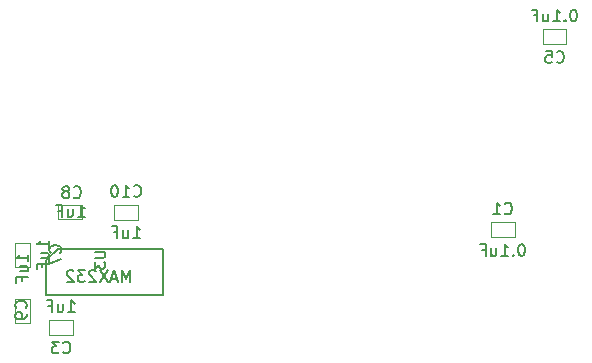
<source format=gbr>
G04 #@! TF.FileFunction,Other,Fab,Bot*
%FSLAX46Y46*%
G04 Gerber Fmt 4.6, Leading zero omitted, Abs format (unit mm)*
G04 Created by KiCad (PCBNEW 4.0.4-stable) date 04/28/17 11:07:38*
%MOMM*%
%LPD*%
G01*
G04 APERTURE LIST*
%ADD10C,0.100000*%
%ADD11C,0.150000*%
%ADD12C,0.135000*%
G04 APERTURE END LIST*
D10*
X167430000Y-96450000D02*
X167430000Y-95210000D01*
X165430000Y-96450000D02*
X167430000Y-96450000D01*
X165430000Y-95210000D02*
X165430000Y-96450000D01*
X167430000Y-95210000D02*
X165430000Y-95210000D01*
D11*
X127735000Y-98420000D02*
X127735000Y-101320000D01*
X127735000Y-101320000D02*
X137635000Y-101320000D01*
X137635000Y-101320000D02*
X137635000Y-97420000D01*
X137635000Y-97420000D02*
X128735000Y-97420000D01*
X128735000Y-97420000D02*
X127735000Y-98420000D01*
D10*
X135550000Y-94960000D02*
X135550000Y-93720000D01*
X133550000Y-94960000D02*
X135550000Y-94960000D01*
X133550000Y-93720000D02*
X133550000Y-94960000D01*
X135550000Y-93720000D02*
X133550000Y-93720000D01*
X125150000Y-103700000D02*
X126390000Y-103700000D01*
X125150000Y-101700000D02*
X125150000Y-103700000D01*
X126390000Y-101700000D02*
X125150000Y-101700000D01*
X126390000Y-103700000D02*
X126390000Y-101700000D01*
X128030000Y-103480000D02*
X128030000Y-104720000D01*
X130030000Y-103480000D02*
X128030000Y-103480000D01*
X130030000Y-104720000D02*
X130030000Y-103480000D01*
X128030000Y-104720000D02*
X130030000Y-104720000D01*
X169820000Y-78870000D02*
X169820000Y-80110000D01*
X171820000Y-78870000D02*
X169820000Y-78870000D01*
X171820000Y-80110000D02*
X171820000Y-78870000D01*
X169820000Y-80110000D02*
X171820000Y-80110000D01*
X126390000Y-96950000D02*
X125150000Y-96950000D01*
X126390000Y-98950000D02*
X126390000Y-96950000D01*
X125150000Y-98950000D02*
X126390000Y-98950000D01*
X125150000Y-96950000D02*
X125150000Y-98950000D01*
X128780000Y-93700000D02*
X128780000Y-94940000D01*
X130780000Y-93700000D02*
X128780000Y-93700000D01*
X130780000Y-94940000D02*
X130780000Y-93700000D01*
X128780000Y-94940000D02*
X130780000Y-94940000D01*
D11*
X168072857Y-97032381D02*
X167977618Y-97032381D01*
X167882380Y-97080000D01*
X167834761Y-97127619D01*
X167787142Y-97222857D01*
X167739523Y-97413333D01*
X167739523Y-97651429D01*
X167787142Y-97841905D01*
X167834761Y-97937143D01*
X167882380Y-97984762D01*
X167977618Y-98032381D01*
X168072857Y-98032381D01*
X168168095Y-97984762D01*
X168215714Y-97937143D01*
X168263333Y-97841905D01*
X168310952Y-97651429D01*
X168310952Y-97413333D01*
X168263333Y-97222857D01*
X168215714Y-97127619D01*
X168168095Y-97080000D01*
X168072857Y-97032381D01*
X167310952Y-97937143D02*
X167263333Y-97984762D01*
X167310952Y-98032381D01*
X167358571Y-97984762D01*
X167310952Y-97937143D01*
X167310952Y-98032381D01*
X166310952Y-98032381D02*
X166882381Y-98032381D01*
X166596667Y-98032381D02*
X166596667Y-97032381D01*
X166691905Y-97175238D01*
X166787143Y-97270476D01*
X166882381Y-97318095D01*
X165453809Y-97365714D02*
X165453809Y-98032381D01*
X165882381Y-97365714D02*
X165882381Y-97889524D01*
X165834762Y-97984762D01*
X165739524Y-98032381D01*
X165596666Y-98032381D01*
X165501428Y-97984762D01*
X165453809Y-97937143D01*
X164644285Y-97508571D02*
X164977619Y-97508571D01*
X164977619Y-98032381D02*
X164977619Y-97032381D01*
X164501428Y-97032381D01*
X166596666Y-94437143D02*
X166644285Y-94484762D01*
X166787142Y-94532381D01*
X166882380Y-94532381D01*
X167025238Y-94484762D01*
X167120476Y-94389524D01*
X167168095Y-94294286D01*
X167215714Y-94103810D01*
X167215714Y-93960952D01*
X167168095Y-93770476D01*
X167120476Y-93675238D01*
X167025238Y-93580000D01*
X166882380Y-93532381D01*
X166787142Y-93532381D01*
X166644285Y-93580000D01*
X166596666Y-93627619D01*
X165644285Y-94532381D02*
X166215714Y-94532381D01*
X165930000Y-94532381D02*
X165930000Y-93532381D01*
X166025238Y-93675238D01*
X166120476Y-93770476D01*
X166215714Y-93818095D01*
X134876667Y-100252381D02*
X134876667Y-99252381D01*
X134543333Y-99966667D01*
X134210000Y-99252381D01*
X134210000Y-100252381D01*
X133781429Y-99966667D02*
X133305238Y-99966667D01*
X133876667Y-100252381D02*
X133543334Y-99252381D01*
X133210000Y-100252381D01*
X132971905Y-99252381D02*
X132305238Y-100252381D01*
X132305238Y-99252381D02*
X132971905Y-100252381D01*
X131971905Y-99347619D02*
X131924286Y-99300000D01*
X131829048Y-99252381D01*
X131590952Y-99252381D01*
X131495714Y-99300000D01*
X131448095Y-99347619D01*
X131400476Y-99442857D01*
X131400476Y-99538095D01*
X131448095Y-99680952D01*
X132019524Y-100252381D01*
X131400476Y-100252381D01*
X131067143Y-99252381D02*
X130448095Y-99252381D01*
X130781429Y-99633333D01*
X130638571Y-99633333D01*
X130543333Y-99680952D01*
X130495714Y-99728571D01*
X130448095Y-99823810D01*
X130448095Y-100061905D01*
X130495714Y-100157143D01*
X130543333Y-100204762D01*
X130638571Y-100252381D01*
X130924286Y-100252381D01*
X131019524Y-100204762D01*
X131067143Y-100157143D01*
X130067143Y-99347619D02*
X130019524Y-99300000D01*
X129924286Y-99252381D01*
X129686190Y-99252381D01*
X129590952Y-99300000D01*
X129543333Y-99347619D01*
X129495714Y-99442857D01*
X129495714Y-99538095D01*
X129543333Y-99680952D01*
X130114762Y-100252381D01*
X129495714Y-100252381D01*
D12*
X131867143Y-97694286D02*
X132595714Y-97694286D01*
X132681429Y-97737143D01*
X132724286Y-97780000D01*
X132767143Y-97865714D01*
X132767143Y-98037143D01*
X132724286Y-98122857D01*
X132681429Y-98165714D01*
X132595714Y-98208571D01*
X131867143Y-98208571D01*
X131867143Y-98551428D02*
X131867143Y-99108571D01*
X132210000Y-98808571D01*
X132210000Y-98937143D01*
X132252857Y-99022857D01*
X132295714Y-99065714D01*
X132381429Y-99108571D01*
X132595714Y-99108571D01*
X132681429Y-99065714D01*
X132724286Y-99022857D01*
X132767143Y-98937143D01*
X132767143Y-98680000D01*
X132724286Y-98594286D01*
X132681429Y-98551428D01*
D11*
X135145238Y-96542381D02*
X135716667Y-96542381D01*
X135430953Y-96542381D02*
X135430953Y-95542381D01*
X135526191Y-95685238D01*
X135621429Y-95780476D01*
X135716667Y-95828095D01*
X134288095Y-95875714D02*
X134288095Y-96542381D01*
X134716667Y-95875714D02*
X134716667Y-96399524D01*
X134669048Y-96494762D01*
X134573810Y-96542381D01*
X134430952Y-96542381D01*
X134335714Y-96494762D01*
X134288095Y-96447143D01*
X133478571Y-96018571D02*
X133811905Y-96018571D01*
X133811905Y-96542381D02*
X133811905Y-95542381D01*
X133335714Y-95542381D01*
X135192857Y-92947143D02*
X135240476Y-92994762D01*
X135383333Y-93042381D01*
X135478571Y-93042381D01*
X135621429Y-92994762D01*
X135716667Y-92899524D01*
X135764286Y-92804286D01*
X135811905Y-92613810D01*
X135811905Y-92470952D01*
X135764286Y-92280476D01*
X135716667Y-92185238D01*
X135621429Y-92090000D01*
X135478571Y-92042381D01*
X135383333Y-92042381D01*
X135240476Y-92090000D01*
X135192857Y-92137619D01*
X134240476Y-93042381D02*
X134811905Y-93042381D01*
X134526191Y-93042381D02*
X134526191Y-92042381D01*
X134621429Y-92185238D01*
X134716667Y-92280476D01*
X134811905Y-92328095D01*
X133621429Y-92042381D02*
X133526190Y-92042381D01*
X133430952Y-92090000D01*
X133383333Y-92137619D01*
X133335714Y-92232857D01*
X133288095Y-92423333D01*
X133288095Y-92661429D01*
X133335714Y-92851905D01*
X133383333Y-92947143D01*
X133430952Y-92994762D01*
X133526190Y-93042381D01*
X133621429Y-93042381D01*
X133716667Y-92994762D01*
X133764286Y-92947143D01*
X133811905Y-92851905D01*
X133859524Y-92661429D01*
X133859524Y-92423333D01*
X133811905Y-92232857D01*
X133764286Y-92137619D01*
X133716667Y-92090000D01*
X133621429Y-92042381D01*
X126222381Y-98494762D02*
X126222381Y-97923333D01*
X126222381Y-98209047D02*
X125222381Y-98209047D01*
X125365238Y-98113809D01*
X125460476Y-98018571D01*
X125508095Y-97923333D01*
X125555714Y-99351905D02*
X126222381Y-99351905D01*
X125555714Y-98923333D02*
X126079524Y-98923333D01*
X126174762Y-98970952D01*
X126222381Y-99066190D01*
X126222381Y-99209048D01*
X126174762Y-99304286D01*
X126127143Y-99351905D01*
X125698571Y-100161429D02*
X125698571Y-99828095D01*
X126222381Y-99828095D02*
X125222381Y-99828095D01*
X125222381Y-100304286D01*
X126037143Y-102443334D02*
X126084762Y-102395715D01*
X126132381Y-102252858D01*
X126132381Y-102157620D01*
X126084762Y-102014762D01*
X125989524Y-101919524D01*
X125894286Y-101871905D01*
X125703810Y-101824286D01*
X125560952Y-101824286D01*
X125370476Y-101871905D01*
X125275238Y-101919524D01*
X125180000Y-102014762D01*
X125132381Y-102157620D01*
X125132381Y-102252858D01*
X125180000Y-102395715D01*
X125227619Y-102443334D01*
X126132381Y-102919524D02*
X126132381Y-103110000D01*
X126084762Y-103205239D01*
X126037143Y-103252858D01*
X125894286Y-103348096D01*
X125703810Y-103395715D01*
X125322857Y-103395715D01*
X125227619Y-103348096D01*
X125180000Y-103300477D01*
X125132381Y-103205239D01*
X125132381Y-103014762D01*
X125180000Y-102919524D01*
X125227619Y-102871905D01*
X125322857Y-102824286D01*
X125560952Y-102824286D01*
X125656190Y-102871905D01*
X125703810Y-102919524D01*
X125751429Y-103014762D01*
X125751429Y-103205239D01*
X125703810Y-103300477D01*
X125656190Y-103348096D01*
X125560952Y-103395715D01*
X129625238Y-102802381D02*
X130196667Y-102802381D01*
X129910953Y-102802381D02*
X129910953Y-101802381D01*
X130006191Y-101945238D01*
X130101429Y-102040476D01*
X130196667Y-102088095D01*
X128768095Y-102135714D02*
X128768095Y-102802381D01*
X129196667Y-102135714D02*
X129196667Y-102659524D01*
X129149048Y-102754762D01*
X129053810Y-102802381D01*
X128910952Y-102802381D01*
X128815714Y-102754762D01*
X128768095Y-102707143D01*
X127958571Y-102278571D02*
X128291905Y-102278571D01*
X128291905Y-102802381D02*
X128291905Y-101802381D01*
X127815714Y-101802381D01*
X129196666Y-106207143D02*
X129244285Y-106254762D01*
X129387142Y-106302381D01*
X129482380Y-106302381D01*
X129625238Y-106254762D01*
X129720476Y-106159524D01*
X129768095Y-106064286D01*
X129815714Y-105873810D01*
X129815714Y-105730952D01*
X129768095Y-105540476D01*
X129720476Y-105445238D01*
X129625238Y-105350000D01*
X129482380Y-105302381D01*
X129387142Y-105302381D01*
X129244285Y-105350000D01*
X129196666Y-105397619D01*
X128863333Y-105302381D02*
X128244285Y-105302381D01*
X128577619Y-105683333D01*
X128434761Y-105683333D01*
X128339523Y-105730952D01*
X128291904Y-105778571D01*
X128244285Y-105873810D01*
X128244285Y-106111905D01*
X128291904Y-106207143D01*
X128339523Y-106254762D01*
X128434761Y-106302381D01*
X128720476Y-106302381D01*
X128815714Y-106254762D01*
X128863333Y-106207143D01*
X172462857Y-77192381D02*
X172367618Y-77192381D01*
X172272380Y-77240000D01*
X172224761Y-77287619D01*
X172177142Y-77382857D01*
X172129523Y-77573333D01*
X172129523Y-77811429D01*
X172177142Y-78001905D01*
X172224761Y-78097143D01*
X172272380Y-78144762D01*
X172367618Y-78192381D01*
X172462857Y-78192381D01*
X172558095Y-78144762D01*
X172605714Y-78097143D01*
X172653333Y-78001905D01*
X172700952Y-77811429D01*
X172700952Y-77573333D01*
X172653333Y-77382857D01*
X172605714Y-77287619D01*
X172558095Y-77240000D01*
X172462857Y-77192381D01*
X171700952Y-78097143D02*
X171653333Y-78144762D01*
X171700952Y-78192381D01*
X171748571Y-78144762D01*
X171700952Y-78097143D01*
X171700952Y-78192381D01*
X170700952Y-78192381D02*
X171272381Y-78192381D01*
X170986667Y-78192381D02*
X170986667Y-77192381D01*
X171081905Y-77335238D01*
X171177143Y-77430476D01*
X171272381Y-77478095D01*
X169843809Y-77525714D02*
X169843809Y-78192381D01*
X170272381Y-77525714D02*
X170272381Y-78049524D01*
X170224762Y-78144762D01*
X170129524Y-78192381D01*
X169986666Y-78192381D01*
X169891428Y-78144762D01*
X169843809Y-78097143D01*
X169034285Y-77668571D02*
X169367619Y-77668571D01*
X169367619Y-78192381D02*
X169367619Y-77192381D01*
X168891428Y-77192381D01*
X170986666Y-81597143D02*
X171034285Y-81644762D01*
X171177142Y-81692381D01*
X171272380Y-81692381D01*
X171415238Y-81644762D01*
X171510476Y-81549524D01*
X171558095Y-81454286D01*
X171605714Y-81263810D01*
X171605714Y-81120952D01*
X171558095Y-80930476D01*
X171510476Y-80835238D01*
X171415238Y-80740000D01*
X171272380Y-80692381D01*
X171177142Y-80692381D01*
X171034285Y-80740000D01*
X170986666Y-80787619D01*
X170081904Y-80692381D02*
X170558095Y-80692381D01*
X170605714Y-81168571D01*
X170558095Y-81120952D01*
X170462857Y-81073333D01*
X170224761Y-81073333D01*
X170129523Y-81120952D01*
X170081904Y-81168571D01*
X170034285Y-81263810D01*
X170034285Y-81501905D01*
X170081904Y-81597143D01*
X170129523Y-81644762D01*
X170224761Y-81692381D01*
X170462857Y-81692381D01*
X170558095Y-81644762D01*
X170605714Y-81597143D01*
X127972381Y-97354762D02*
X127972381Y-96783333D01*
X127972381Y-97069047D02*
X126972381Y-97069047D01*
X127115238Y-96973809D01*
X127210476Y-96878571D01*
X127258095Y-96783333D01*
X127305714Y-98211905D02*
X127972381Y-98211905D01*
X127305714Y-97783333D02*
X127829524Y-97783333D01*
X127924762Y-97830952D01*
X127972381Y-97926190D01*
X127972381Y-98069048D01*
X127924762Y-98164286D01*
X127877143Y-98211905D01*
X127448571Y-99021429D02*
X127448571Y-98688095D01*
X127972381Y-98688095D02*
X126972381Y-98688095D01*
X126972381Y-99164286D01*
X128957143Y-97763334D02*
X129004762Y-97715715D01*
X129052381Y-97572858D01*
X129052381Y-97477620D01*
X129004762Y-97334762D01*
X128909524Y-97239524D01*
X128814286Y-97191905D01*
X128623810Y-97144286D01*
X128480952Y-97144286D01*
X128290476Y-97191905D01*
X128195238Y-97239524D01*
X128100000Y-97334762D01*
X128052381Y-97477620D01*
X128052381Y-97572858D01*
X128100000Y-97715715D01*
X128147619Y-97763334D01*
X128052381Y-98096667D02*
X128052381Y-98763334D01*
X129052381Y-98334762D01*
X130455238Y-94722381D02*
X131026667Y-94722381D01*
X130740953Y-94722381D02*
X130740953Y-93722381D01*
X130836191Y-93865238D01*
X130931429Y-93960476D01*
X131026667Y-94008095D01*
X129598095Y-94055714D02*
X129598095Y-94722381D01*
X130026667Y-94055714D02*
X130026667Y-94579524D01*
X129979048Y-94674762D01*
X129883810Y-94722381D01*
X129740952Y-94722381D01*
X129645714Y-94674762D01*
X129598095Y-94627143D01*
X128788571Y-94198571D02*
X129121905Y-94198571D01*
X129121905Y-94722381D02*
X129121905Y-93722381D01*
X128645714Y-93722381D01*
X130106666Y-93057143D02*
X130154285Y-93104762D01*
X130297142Y-93152381D01*
X130392380Y-93152381D01*
X130535238Y-93104762D01*
X130630476Y-93009524D01*
X130678095Y-92914286D01*
X130725714Y-92723810D01*
X130725714Y-92580952D01*
X130678095Y-92390476D01*
X130630476Y-92295238D01*
X130535238Y-92200000D01*
X130392380Y-92152381D01*
X130297142Y-92152381D01*
X130154285Y-92200000D01*
X130106666Y-92247619D01*
X129535238Y-92580952D02*
X129630476Y-92533333D01*
X129678095Y-92485714D01*
X129725714Y-92390476D01*
X129725714Y-92342857D01*
X129678095Y-92247619D01*
X129630476Y-92200000D01*
X129535238Y-92152381D01*
X129344761Y-92152381D01*
X129249523Y-92200000D01*
X129201904Y-92247619D01*
X129154285Y-92342857D01*
X129154285Y-92390476D01*
X129201904Y-92485714D01*
X129249523Y-92533333D01*
X129344761Y-92580952D01*
X129535238Y-92580952D01*
X129630476Y-92628571D01*
X129678095Y-92676190D01*
X129725714Y-92771429D01*
X129725714Y-92961905D01*
X129678095Y-93057143D01*
X129630476Y-93104762D01*
X129535238Y-93152381D01*
X129344761Y-93152381D01*
X129249523Y-93104762D01*
X129201904Y-93057143D01*
X129154285Y-92961905D01*
X129154285Y-92771429D01*
X129201904Y-92676190D01*
X129249523Y-92628571D01*
X129344761Y-92580952D01*
M02*

</source>
